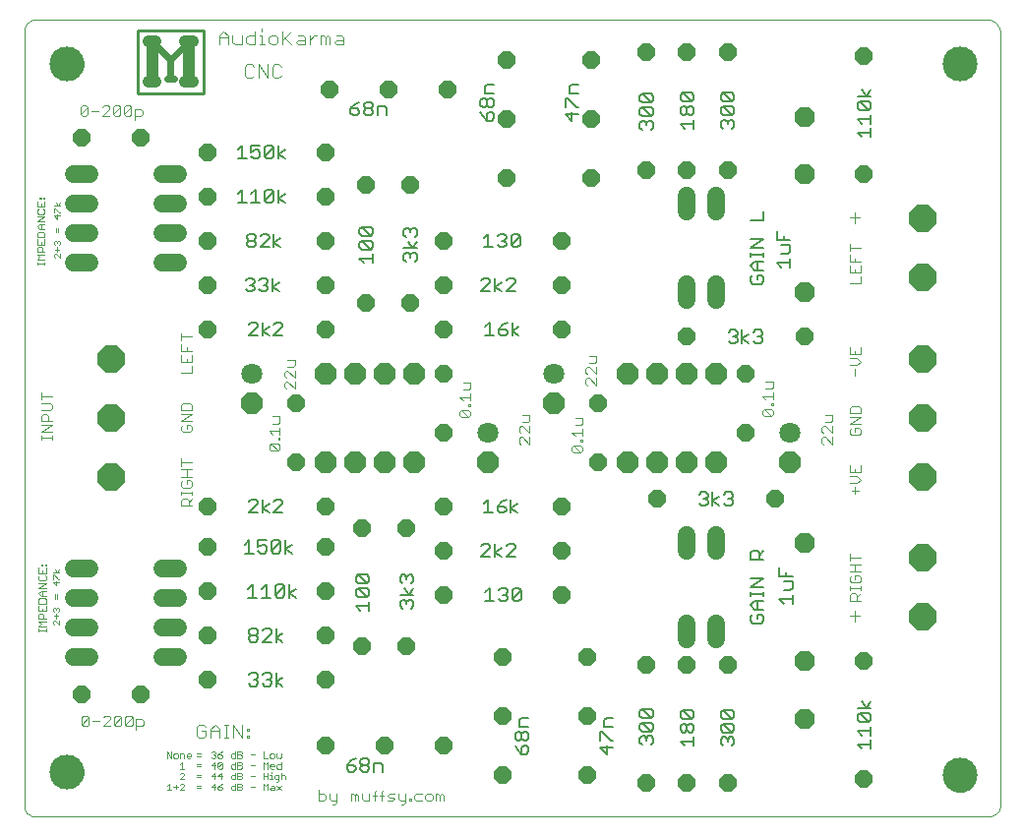
<source format=gtl>
G75*
%MOIN*%
%OFA0B0*%
%FSLAX24Y24*%
%IPPOS*%
%LPD*%
%AMOC8*
5,1,8,0,0,1.08239X$1,22.5*
%
%ADD10C,0.0000*%
%ADD11C,0.0030*%
%ADD12C,0.0040*%
%ADD13C,0.0020*%
%ADD14C,0.0400*%
%ADD15C,0.0240*%
%ADD16C,0.0100*%
%ADD17OC8,0.0850*%
%ADD18OC8,0.0930*%
%ADD19OC8,0.0520*%
%ADD20OC8,0.0600*%
%ADD21OC8,0.0630*%
%ADD22OC8,0.0710*%
%ADD23C,0.0630*%
%ADD24C,0.0710*%
%ADD25OC8,0.0680*%
%ADD26C,0.0050*%
%ADD27C,0.1182*%
%ADD28C,0.0520*%
%ADD29C,0.0600*%
D10*
X000201Y000469D02*
X000201Y026757D01*
X000203Y026795D01*
X000208Y026833D01*
X000218Y026870D01*
X000231Y026906D01*
X000247Y026940D01*
X000267Y026973D01*
X000289Y027004D01*
X000315Y027032D01*
X000343Y027058D01*
X000374Y027080D01*
X000407Y027100D01*
X000441Y027116D01*
X000477Y027129D01*
X000514Y027139D01*
X000552Y027144D01*
X000590Y027146D01*
X032813Y027146D01*
X032853Y027144D01*
X032892Y027139D01*
X032931Y027130D01*
X032969Y027118D01*
X033006Y027103D01*
X033042Y027085D01*
X033075Y027063D01*
X033107Y027039D01*
X033136Y027012D01*
X033163Y026983D01*
X033187Y026951D01*
X033209Y026918D01*
X033227Y026882D01*
X033242Y026845D01*
X033254Y026807D01*
X033263Y026768D01*
X033268Y026729D01*
X033270Y026689D01*
X033270Y000530D01*
X033268Y000493D01*
X033263Y000456D01*
X033254Y000420D01*
X033241Y000385D01*
X033225Y000351D01*
X033206Y000319D01*
X033184Y000289D01*
X033159Y000261D01*
X033131Y000236D01*
X033101Y000214D01*
X033069Y000195D01*
X033035Y000179D01*
X033000Y000166D01*
X032964Y000157D01*
X032927Y000152D01*
X032890Y000150D01*
X000521Y000150D01*
X000488Y000152D01*
X000455Y000157D01*
X000422Y000166D01*
X000391Y000178D01*
X000362Y000193D01*
X000333Y000211D01*
X000308Y000232D01*
X000284Y000256D01*
X000263Y000281D01*
X000245Y000309D01*
X000230Y000339D01*
X000218Y000370D01*
X000209Y000403D01*
X000204Y000436D01*
X000202Y000469D01*
X001099Y001650D02*
X001101Y001697D01*
X001107Y001743D01*
X001117Y001789D01*
X001130Y001834D01*
X001148Y001877D01*
X001169Y001919D01*
X001193Y001959D01*
X001221Y001996D01*
X001252Y002031D01*
X001286Y002064D01*
X001322Y002093D01*
X001361Y002119D01*
X001402Y002142D01*
X001445Y002161D01*
X001489Y002177D01*
X001534Y002189D01*
X001580Y002197D01*
X001627Y002201D01*
X001673Y002201D01*
X001720Y002197D01*
X001766Y002189D01*
X001811Y002177D01*
X001855Y002161D01*
X001898Y002142D01*
X001939Y002119D01*
X001978Y002093D01*
X002014Y002064D01*
X002048Y002031D01*
X002079Y001996D01*
X002107Y001959D01*
X002131Y001919D01*
X002152Y001877D01*
X002170Y001834D01*
X002183Y001789D01*
X002193Y001743D01*
X002199Y001697D01*
X002201Y001650D01*
X002199Y001603D01*
X002193Y001557D01*
X002183Y001511D01*
X002170Y001466D01*
X002152Y001423D01*
X002131Y001381D01*
X002107Y001341D01*
X002079Y001304D01*
X002048Y001269D01*
X002014Y001236D01*
X001978Y001207D01*
X001939Y001181D01*
X001898Y001158D01*
X001855Y001139D01*
X001811Y001123D01*
X001766Y001111D01*
X001720Y001103D01*
X001673Y001099D01*
X001627Y001099D01*
X001580Y001103D01*
X001534Y001111D01*
X001489Y001123D01*
X001445Y001139D01*
X001402Y001158D01*
X001361Y001181D01*
X001322Y001207D01*
X001286Y001236D01*
X001252Y001269D01*
X001221Y001304D01*
X001193Y001341D01*
X001169Y001381D01*
X001148Y001423D01*
X001130Y001466D01*
X001117Y001511D01*
X001107Y001557D01*
X001101Y001603D01*
X001099Y001650D01*
X003150Y011750D02*
X003150Y011760D01*
X003155Y011760D01*
X003157Y011758D01*
X003157Y011755D01*
X003155Y011753D01*
X003150Y011753D01*
X003153Y011753D02*
X003157Y011750D01*
X003159Y011750D02*
X003163Y011750D01*
X003161Y011750D02*
X003161Y011760D01*
X003159Y011760D02*
X003163Y011760D01*
X003165Y011758D02*
X003165Y011752D01*
X003167Y011750D01*
X003170Y011750D01*
X003172Y011752D01*
X003172Y011755D01*
X003169Y011755D01*
X003172Y011758D02*
X003170Y011760D01*
X003167Y011760D01*
X003165Y011758D01*
X003175Y011760D02*
X003175Y011750D01*
X003175Y011755D02*
X003181Y011755D01*
X003181Y011760D02*
X003181Y011750D01*
X003187Y011750D02*
X003187Y011760D01*
X003184Y011760D02*
X003190Y011760D01*
X003173Y013750D02*
X003175Y013752D01*
X003175Y013758D01*
X003173Y013760D01*
X003168Y013760D01*
X003168Y013750D01*
X003173Y013750D01*
X003166Y013750D02*
X003166Y013760D01*
X003159Y013760D02*
X003166Y013750D01*
X003159Y013750D02*
X003159Y013760D01*
X003157Y013758D02*
X003155Y013760D01*
X003152Y013760D01*
X003150Y013758D01*
X003150Y013752D01*
X003152Y013750D01*
X003155Y013750D01*
X003157Y013752D01*
X003157Y013755D01*
X003153Y013755D01*
X003155Y015750D02*
X003157Y015752D01*
X003157Y015755D01*
X003153Y015755D01*
X003150Y015752D02*
X003152Y015750D01*
X003155Y015750D01*
X003159Y015750D02*
X003159Y015760D01*
X003166Y015750D01*
X003166Y015760D01*
X003168Y015760D02*
X003173Y015760D01*
X003175Y015758D01*
X003175Y015752D01*
X003173Y015750D01*
X003168Y015750D01*
X003168Y015760D01*
X003157Y015758D02*
X003155Y015760D01*
X003152Y015760D01*
X003150Y015758D01*
X003150Y015752D01*
X001099Y025650D02*
X001101Y025697D01*
X001107Y025743D01*
X001117Y025789D01*
X001130Y025834D01*
X001148Y025877D01*
X001169Y025919D01*
X001193Y025959D01*
X001221Y025996D01*
X001252Y026031D01*
X001286Y026064D01*
X001322Y026093D01*
X001361Y026119D01*
X001402Y026142D01*
X001445Y026161D01*
X001489Y026177D01*
X001534Y026189D01*
X001580Y026197D01*
X001627Y026201D01*
X001673Y026201D01*
X001720Y026197D01*
X001766Y026189D01*
X001811Y026177D01*
X001855Y026161D01*
X001898Y026142D01*
X001939Y026119D01*
X001978Y026093D01*
X002014Y026064D01*
X002048Y026031D01*
X002079Y025996D01*
X002107Y025959D01*
X002131Y025919D01*
X002152Y025877D01*
X002170Y025834D01*
X002183Y025789D01*
X002193Y025743D01*
X002199Y025697D01*
X002201Y025650D01*
X002199Y025603D01*
X002193Y025557D01*
X002183Y025511D01*
X002170Y025466D01*
X002152Y025423D01*
X002131Y025381D01*
X002107Y025341D01*
X002079Y025304D01*
X002048Y025269D01*
X002014Y025236D01*
X001978Y025207D01*
X001939Y025181D01*
X001898Y025158D01*
X001855Y025139D01*
X001811Y025123D01*
X001766Y025111D01*
X001720Y025103D01*
X001673Y025099D01*
X001627Y025099D01*
X001580Y025103D01*
X001534Y025111D01*
X001489Y025123D01*
X001445Y025139D01*
X001402Y025158D01*
X001361Y025181D01*
X001322Y025207D01*
X001286Y025236D01*
X001252Y025269D01*
X001221Y025304D01*
X001193Y025341D01*
X001169Y025381D01*
X001148Y025423D01*
X001130Y025466D01*
X001117Y025511D01*
X001107Y025557D01*
X001101Y025603D01*
X001099Y025650D01*
X030650Y020510D02*
X030650Y020500D01*
X030657Y020500D01*
X030659Y020502D02*
X030661Y020500D01*
X030664Y020500D01*
X030666Y020502D01*
X030666Y020503D01*
X030664Y020505D01*
X030661Y020505D01*
X030659Y020507D01*
X030659Y020508D01*
X030661Y020510D01*
X030664Y020510D01*
X030666Y020508D01*
X030668Y020510D02*
X030673Y020510D01*
X030675Y020508D01*
X030675Y020505D01*
X030673Y020503D01*
X030668Y020503D01*
X030668Y020500D02*
X030668Y020510D01*
X030678Y020507D02*
X030681Y020510D01*
X030681Y020500D01*
X030678Y020500D02*
X030684Y020500D01*
X030687Y020502D02*
X030694Y020508D01*
X030694Y020502D01*
X030692Y020500D01*
X030688Y020500D01*
X030687Y020502D01*
X030687Y020508D01*
X030688Y020510D01*
X030692Y020510D01*
X030694Y020508D01*
X030655Y018510D02*
X030657Y018508D01*
X030657Y018505D01*
X030655Y018503D01*
X030650Y018503D01*
X030650Y018500D02*
X030650Y018510D01*
X030655Y018510D01*
X030653Y018503D02*
X030657Y018500D01*
X030668Y018502D02*
X030670Y018500D01*
X030673Y018500D01*
X030675Y018502D01*
X030675Y018505D01*
X030673Y018507D01*
X030670Y018507D01*
X030668Y018505D01*
X030668Y018502D01*
X030678Y018502D02*
X030679Y018500D01*
X030684Y018500D01*
X030684Y018507D01*
X030687Y018507D02*
X030690Y018507D01*
X030688Y018508D02*
X030688Y018502D01*
X030690Y018500D01*
X030678Y018502D02*
X030678Y018507D01*
X030681Y015760D02*
X030681Y015750D01*
X030678Y015750D02*
X030684Y015750D01*
X030687Y015752D02*
X030694Y015758D01*
X030694Y015752D01*
X030692Y015750D01*
X030688Y015750D01*
X030687Y015752D01*
X030687Y015758D01*
X030688Y015760D01*
X030692Y015760D01*
X030694Y015758D01*
X030681Y015760D02*
X030678Y015757D01*
X030675Y015758D02*
X030675Y015755D01*
X030673Y015753D01*
X030668Y015753D01*
X030666Y015753D02*
X030666Y015752D01*
X030664Y015750D01*
X030661Y015750D01*
X030659Y015752D01*
X030657Y015750D02*
X030650Y015750D01*
X030650Y015760D01*
X030659Y015758D02*
X030659Y015757D01*
X030661Y015755D01*
X030664Y015755D01*
X030666Y015753D01*
X030668Y015750D02*
X030668Y015760D01*
X030673Y015760D01*
X030675Y015758D01*
X030666Y015758D02*
X030664Y015760D01*
X030661Y015760D01*
X030659Y015758D01*
X030661Y013760D02*
X030659Y013758D01*
X030659Y013757D01*
X030661Y013755D01*
X030664Y013755D01*
X030666Y013753D01*
X030666Y013752D01*
X030664Y013750D01*
X030661Y013750D01*
X030659Y013752D01*
X030657Y013750D02*
X030650Y013750D01*
X030650Y013760D01*
X030661Y013760D02*
X030664Y013760D01*
X030666Y013758D01*
X030668Y013760D02*
X030673Y013760D01*
X030675Y013758D01*
X030675Y013755D01*
X030673Y013753D01*
X030668Y013753D01*
X030668Y013750D02*
X030668Y013760D01*
X030678Y013757D02*
X030681Y013760D01*
X030681Y013750D01*
X030678Y013750D02*
X030684Y013750D01*
X030687Y013752D02*
X030694Y013758D01*
X030694Y013752D01*
X030692Y013750D01*
X030688Y013750D01*
X030687Y013752D01*
X030687Y013758D01*
X030688Y013760D01*
X030692Y013760D01*
X030694Y013758D01*
X030692Y011760D02*
X030694Y011758D01*
X030687Y011752D01*
X030688Y011750D01*
X030692Y011750D01*
X030694Y011752D01*
X030694Y011758D01*
X030692Y011760D02*
X030688Y011760D01*
X030687Y011758D01*
X030687Y011752D01*
X030684Y011750D02*
X030678Y011750D01*
X030681Y011750D02*
X030681Y011760D01*
X030678Y011757D01*
X030675Y011758D02*
X030675Y011755D01*
X030673Y011753D01*
X030668Y011753D01*
X030666Y011753D02*
X030666Y011752D01*
X030664Y011750D01*
X030661Y011750D01*
X030659Y011752D01*
X030657Y011750D02*
X030650Y011750D01*
X030650Y011760D01*
X030659Y011758D02*
X030659Y011757D01*
X030661Y011755D01*
X030664Y011755D01*
X030666Y011753D01*
X030668Y011750D02*
X030668Y011760D01*
X030673Y011760D01*
X030675Y011758D01*
X030666Y011758D02*
X030664Y011760D01*
X030661Y011760D01*
X030659Y011758D01*
X030661Y009010D02*
X030659Y009008D01*
X030659Y009007D01*
X030661Y009005D01*
X030664Y009005D01*
X030666Y009003D01*
X030666Y009002D01*
X030664Y009000D01*
X030661Y009000D01*
X030659Y009002D01*
X030657Y009000D02*
X030650Y009000D01*
X030650Y009010D01*
X030661Y009010D02*
X030664Y009010D01*
X030666Y009008D01*
X030668Y009010D02*
X030668Y009000D01*
X030668Y009003D02*
X030673Y009003D01*
X030675Y009005D01*
X030675Y009008D01*
X030673Y009010D01*
X030668Y009010D01*
X030678Y009007D02*
X030681Y009010D01*
X030681Y009000D01*
X030678Y009000D02*
X030684Y009000D01*
X030687Y009002D02*
X030694Y009008D01*
X030694Y009002D01*
X030692Y009000D01*
X030688Y009000D01*
X030687Y009002D01*
X030687Y009008D01*
X030688Y009010D01*
X030692Y009010D01*
X030694Y009008D01*
X031349Y001525D02*
X031351Y001572D01*
X031357Y001618D01*
X031367Y001664D01*
X031380Y001709D01*
X031398Y001752D01*
X031419Y001794D01*
X031443Y001834D01*
X031471Y001871D01*
X031502Y001906D01*
X031536Y001939D01*
X031572Y001968D01*
X031611Y001994D01*
X031652Y002017D01*
X031695Y002036D01*
X031739Y002052D01*
X031784Y002064D01*
X031830Y002072D01*
X031877Y002076D01*
X031923Y002076D01*
X031970Y002072D01*
X032016Y002064D01*
X032061Y002052D01*
X032105Y002036D01*
X032148Y002017D01*
X032189Y001994D01*
X032228Y001968D01*
X032264Y001939D01*
X032298Y001906D01*
X032329Y001871D01*
X032357Y001834D01*
X032381Y001794D01*
X032402Y001752D01*
X032420Y001709D01*
X032433Y001664D01*
X032443Y001618D01*
X032449Y001572D01*
X032451Y001525D01*
X032449Y001478D01*
X032443Y001432D01*
X032433Y001386D01*
X032420Y001341D01*
X032402Y001298D01*
X032381Y001256D01*
X032357Y001216D01*
X032329Y001179D01*
X032298Y001144D01*
X032264Y001111D01*
X032228Y001082D01*
X032189Y001056D01*
X032148Y001033D01*
X032105Y001014D01*
X032061Y000998D01*
X032016Y000986D01*
X031970Y000978D01*
X031923Y000974D01*
X031877Y000974D01*
X031830Y000978D01*
X031784Y000986D01*
X031739Y000998D01*
X031695Y001014D01*
X031652Y001033D01*
X031611Y001056D01*
X031572Y001082D01*
X031536Y001111D01*
X031502Y001144D01*
X031471Y001179D01*
X031443Y001216D01*
X031419Y001256D01*
X031398Y001298D01*
X031380Y001341D01*
X031367Y001386D01*
X031357Y001432D01*
X031351Y001478D01*
X031349Y001525D01*
X031349Y025650D02*
X031351Y025697D01*
X031357Y025743D01*
X031367Y025789D01*
X031380Y025834D01*
X031398Y025877D01*
X031419Y025919D01*
X031443Y025959D01*
X031471Y025996D01*
X031502Y026031D01*
X031536Y026064D01*
X031572Y026093D01*
X031611Y026119D01*
X031652Y026142D01*
X031695Y026161D01*
X031739Y026177D01*
X031784Y026189D01*
X031830Y026197D01*
X031877Y026201D01*
X031923Y026201D01*
X031970Y026197D01*
X032016Y026189D01*
X032061Y026177D01*
X032105Y026161D01*
X032148Y026142D01*
X032189Y026119D01*
X032228Y026093D01*
X032264Y026064D01*
X032298Y026031D01*
X032329Y025996D01*
X032357Y025959D01*
X032381Y025919D01*
X032402Y025877D01*
X032420Y025834D01*
X032433Y025789D01*
X032443Y025743D01*
X032449Y025697D01*
X032451Y025650D01*
X032449Y025603D01*
X032443Y025557D01*
X032433Y025511D01*
X032420Y025466D01*
X032402Y025423D01*
X032381Y025381D01*
X032357Y025341D01*
X032329Y025304D01*
X032298Y025269D01*
X032264Y025236D01*
X032228Y025207D01*
X032189Y025181D01*
X032148Y025158D01*
X032105Y025139D01*
X032061Y025123D01*
X032016Y025111D01*
X031970Y025103D01*
X031923Y025099D01*
X031877Y025099D01*
X031830Y025103D01*
X031784Y025111D01*
X031739Y025123D01*
X031695Y025139D01*
X031652Y025158D01*
X031611Y025181D01*
X031572Y025207D01*
X031536Y025236D01*
X031502Y025269D01*
X031471Y025304D01*
X031443Y025341D01*
X031419Y025381D01*
X031398Y025423D01*
X031380Y025466D01*
X031367Y025511D01*
X031357Y025557D01*
X031351Y025603D01*
X031349Y025650D01*
D11*
X028535Y019420D02*
X028165Y019420D01*
X028165Y019297D02*
X028165Y019544D01*
X028165Y019175D02*
X028165Y018928D01*
X028535Y018928D01*
X028535Y018807D02*
X028535Y018560D01*
X028165Y018560D01*
X028165Y018807D01*
X028350Y018928D02*
X028350Y019052D01*
X028350Y018683D02*
X028350Y018560D01*
X028535Y018439D02*
X028535Y018192D01*
X028165Y018192D01*
X028165Y016044D02*
X028165Y015797D01*
X028535Y015797D01*
X028535Y016044D01*
X028350Y015920D02*
X028350Y015797D01*
X028412Y015675D02*
X028165Y015675D01*
X028412Y015675D02*
X028535Y015552D01*
X028412Y015428D01*
X028165Y015428D01*
X028350Y015307D02*
X028350Y015060D01*
X028473Y014044D02*
X028226Y014044D01*
X028165Y013982D01*
X028165Y013797D01*
X028535Y013797D01*
X028535Y013982D01*
X028473Y014044D01*
X028535Y013675D02*
X028165Y013675D01*
X028165Y013428D02*
X028535Y013675D01*
X028535Y013428D02*
X028165Y013428D01*
X028226Y013307D02*
X028165Y013245D01*
X028165Y013122D01*
X028226Y013060D01*
X028473Y013060D01*
X028535Y013122D01*
X028535Y013245D01*
X028473Y013307D01*
X028350Y013307D01*
X028350Y013183D01*
X028535Y012044D02*
X028535Y011797D01*
X028165Y011797D01*
X028165Y012044D01*
X028350Y011920D02*
X028350Y011797D01*
X028412Y011675D02*
X028165Y011675D01*
X028412Y011675D02*
X028535Y011552D01*
X028412Y011428D01*
X028165Y011428D01*
X028350Y011307D02*
X028350Y011060D01*
X028473Y011183D02*
X028226Y011183D01*
X028165Y009044D02*
X028165Y008797D01*
X028165Y008675D02*
X028535Y008675D01*
X028350Y008675D02*
X028350Y008428D01*
X028350Y008307D02*
X028350Y008183D01*
X028350Y008307D02*
X028473Y008307D01*
X028535Y008245D01*
X028535Y008122D01*
X028473Y008060D01*
X028226Y008060D01*
X028165Y008122D01*
X028165Y008245D01*
X028226Y008307D01*
X028165Y008428D02*
X028535Y008428D01*
X028535Y007938D02*
X028535Y007815D01*
X028535Y007876D02*
X028165Y007876D01*
X028165Y007815D02*
X028165Y007938D01*
X028226Y007693D02*
X028350Y007693D01*
X028412Y007631D01*
X028412Y007446D01*
X028535Y007446D02*
X028165Y007446D01*
X028165Y007631D01*
X028226Y007693D01*
X028412Y007570D02*
X028535Y007693D01*
X028535Y008920D02*
X028165Y008920D01*
X014402Y000850D02*
X014402Y000665D01*
X014279Y000665D02*
X014279Y000850D01*
X014340Y000912D01*
X014402Y000850D01*
X014279Y000850D02*
X014217Y000912D01*
X014155Y000912D01*
X014155Y000665D01*
X014034Y000727D02*
X014034Y000850D01*
X013972Y000912D01*
X013848Y000912D01*
X013787Y000850D01*
X013787Y000727D01*
X013848Y000665D01*
X013972Y000665D01*
X014034Y000727D01*
X013665Y000665D02*
X013480Y000665D01*
X013418Y000727D01*
X013418Y000850D01*
X013480Y000912D01*
X013665Y000912D01*
X013296Y000727D02*
X013296Y000665D01*
X013234Y000665D01*
X013234Y000727D01*
X013296Y000727D01*
X013113Y000665D02*
X012928Y000665D01*
X012866Y000727D01*
X012866Y000912D01*
X012745Y000912D02*
X012559Y000912D01*
X012498Y000850D01*
X012559Y000788D01*
X012683Y000788D01*
X012745Y000727D01*
X012683Y000665D01*
X012498Y000665D01*
X012314Y000665D02*
X012314Y000974D01*
X012376Y001035D01*
X012376Y000850D02*
X012252Y000850D01*
X012130Y000850D02*
X012007Y000850D01*
X011885Y000912D02*
X011885Y000665D01*
X011700Y000665D01*
X011638Y000727D01*
X011638Y000912D01*
X011517Y000850D02*
X011517Y000665D01*
X011393Y000665D02*
X011393Y000850D01*
X011455Y000912D01*
X011517Y000850D01*
X011393Y000850D02*
X011332Y000912D01*
X011270Y000912D01*
X011270Y000665D01*
X010780Y000665D02*
X010595Y000665D01*
X010533Y000727D01*
X010533Y000912D01*
X010412Y000850D02*
X010350Y000912D01*
X010165Y000912D01*
X010165Y001035D02*
X010165Y000665D01*
X010350Y000665D01*
X010412Y000727D01*
X010412Y000850D01*
X010780Y000912D02*
X010780Y000603D01*
X010718Y000542D01*
X010657Y000542D01*
X012068Y000665D02*
X012068Y000974D01*
X012130Y001035D01*
X012989Y000542D02*
X013051Y000542D01*
X013113Y000603D01*
X013113Y000912D01*
X005885Y010665D02*
X005515Y010665D01*
X005515Y010850D01*
X005576Y010912D01*
X005700Y010912D01*
X005762Y010850D01*
X005762Y010665D01*
X005762Y010788D02*
X005885Y010912D01*
X005885Y011033D02*
X005885Y011157D01*
X005885Y011095D02*
X005515Y011095D01*
X005515Y011033D02*
X005515Y011157D01*
X005576Y011279D02*
X005823Y011279D01*
X005885Y011341D01*
X005885Y011464D01*
X005823Y011526D01*
X005700Y011526D01*
X005700Y011402D01*
X005576Y011279D02*
X005515Y011341D01*
X005515Y011464D01*
X005576Y011526D01*
X005515Y011647D02*
X005885Y011647D01*
X005700Y011647D02*
X005700Y011894D01*
X005515Y011894D02*
X005885Y011894D01*
X005885Y012139D02*
X005515Y012139D01*
X005515Y012262D02*
X005515Y012015D01*
X005576Y013165D02*
X005823Y013165D01*
X005885Y013227D01*
X005885Y013350D01*
X005823Y013412D01*
X005700Y013412D01*
X005700Y013288D01*
X005576Y013165D02*
X005515Y013227D01*
X005515Y013350D01*
X005576Y013412D01*
X005515Y013533D02*
X005885Y013780D01*
X005515Y013780D01*
X005515Y013902D02*
X005515Y014087D01*
X005576Y014149D01*
X005823Y014149D01*
X005885Y014087D01*
X005885Y013902D01*
X005515Y013902D01*
X005515Y013533D02*
X005885Y013533D01*
X005885Y015165D02*
X005515Y015165D01*
X005515Y015533D02*
X005885Y015533D01*
X005885Y015780D01*
X005885Y015902D02*
X005515Y015902D01*
X005515Y016149D01*
X005515Y016270D02*
X005515Y016517D01*
X005515Y016393D02*
X005885Y016393D01*
X005700Y016025D02*
X005700Y015902D01*
X005515Y015780D02*
X005515Y015533D01*
X005700Y015533D02*
X005700Y015657D01*
X005885Y015412D02*
X005885Y015165D01*
X001135Y014389D02*
X000765Y014389D01*
X000765Y014512D02*
X000765Y014265D01*
X000765Y014144D02*
X001073Y014144D01*
X001135Y014082D01*
X001135Y013959D01*
X001073Y013897D01*
X000765Y013897D01*
X000826Y013776D02*
X000950Y013776D01*
X001012Y013714D01*
X001012Y013529D01*
X001135Y013529D02*
X000765Y013529D01*
X000765Y013714D01*
X000826Y013776D01*
X000765Y013407D02*
X001135Y013407D01*
X000765Y013161D01*
X001135Y013161D01*
X001135Y013038D02*
X001135Y012915D01*
X001135Y012977D02*
X000765Y012977D01*
X000765Y013038D02*
X000765Y012915D01*
D12*
X008495Y012711D02*
X008555Y012771D01*
X008795Y012531D01*
X008855Y012591D01*
X008855Y012711D01*
X008795Y012771D01*
X008555Y012771D01*
X008495Y012711D02*
X008495Y012591D01*
X008555Y012531D01*
X008795Y012531D01*
X008795Y012899D02*
X008795Y012959D01*
X008855Y012959D01*
X008855Y012899D01*
X008795Y012899D01*
X008855Y013083D02*
X008855Y013323D01*
X008855Y013203D02*
X008495Y013203D01*
X008615Y013083D01*
X008615Y013451D02*
X008795Y013451D01*
X008855Y013511D01*
X008855Y013692D01*
X008615Y013692D01*
X009058Y014632D02*
X008998Y014692D01*
X008998Y014812D01*
X009058Y014872D01*
X009119Y014872D01*
X009359Y014632D01*
X009359Y014872D01*
X009359Y015000D02*
X009119Y015240D01*
X009058Y015240D01*
X008998Y015180D01*
X008998Y015060D01*
X009058Y015000D01*
X009359Y015000D02*
X009359Y015240D01*
X009299Y015368D02*
X009359Y015428D01*
X009359Y015609D01*
X009119Y015609D01*
X009119Y015368D02*
X009299Y015368D01*
X014952Y014347D02*
X015312Y014347D01*
X015312Y014227D02*
X015312Y014467D01*
X015252Y014595D02*
X015312Y014655D01*
X015312Y014835D01*
X015072Y014835D01*
X015072Y014595D02*
X015252Y014595D01*
X014952Y014347D02*
X015072Y014227D01*
X015252Y014103D02*
X015312Y014103D01*
X015312Y014043D01*
X015252Y014043D01*
X015252Y014103D01*
X015252Y013915D02*
X015012Y013915D01*
X015252Y013674D01*
X015312Y013734D01*
X015312Y013854D01*
X015252Y013915D01*
X015012Y013915D02*
X014952Y013854D01*
X014952Y013734D01*
X015012Y013674D01*
X015252Y013674D01*
X016959Y013305D02*
X016959Y013185D01*
X017019Y013125D01*
X017019Y012997D02*
X016959Y012937D01*
X016959Y012817D01*
X017019Y012757D01*
X017019Y012997D02*
X017079Y012997D01*
X017319Y012757D01*
X017319Y012997D01*
X017319Y013125D02*
X017079Y013365D01*
X017019Y013365D01*
X016959Y013305D01*
X017079Y013493D02*
X017259Y013493D01*
X017319Y013553D01*
X017319Y013734D01*
X017079Y013734D01*
X017319Y013365D02*
X017319Y013125D01*
X018745Y013150D02*
X018865Y013030D01*
X018745Y013150D02*
X019105Y013150D01*
X019105Y013030D02*
X019105Y013270D01*
X019045Y013398D02*
X018865Y013398D01*
X019045Y013398D02*
X019105Y013458D01*
X019105Y013638D01*
X018865Y013638D01*
X019045Y012906D02*
X019105Y012906D01*
X019105Y012846D01*
X019045Y012846D01*
X019045Y012906D01*
X019045Y012718D02*
X018805Y012718D01*
X019045Y012477D01*
X019105Y012538D01*
X019105Y012658D01*
X019045Y012718D01*
X018805Y012718D02*
X018745Y012658D01*
X018745Y012538D01*
X018805Y012477D01*
X019045Y012477D01*
X019269Y014757D02*
X019209Y014817D01*
X019209Y014937D01*
X019269Y014997D01*
X019329Y014997D01*
X019569Y014757D01*
X019569Y014997D01*
X019569Y015125D02*
X019329Y015365D01*
X019269Y015365D01*
X019209Y015305D01*
X019209Y015185D01*
X019269Y015125D01*
X019569Y015125D02*
X019569Y015365D01*
X019509Y015493D02*
X019569Y015553D01*
X019569Y015734D01*
X019329Y015734D01*
X019329Y015493D02*
X019509Y015493D01*
X025202Y014379D02*
X025562Y014379D01*
X025562Y014259D02*
X025562Y014499D01*
X025502Y014628D02*
X025562Y014688D01*
X025562Y014868D01*
X025322Y014868D01*
X025322Y014628D02*
X025502Y014628D01*
X025202Y014379D02*
X025322Y014259D01*
X025502Y014135D02*
X025562Y014135D01*
X025562Y014075D01*
X025502Y014075D01*
X025502Y014135D01*
X025502Y013947D02*
X025562Y013887D01*
X025562Y013767D01*
X025502Y013707D01*
X025262Y013947D01*
X025502Y013947D01*
X025502Y013707D02*
X025262Y013707D01*
X025202Y013767D01*
X025202Y013887D01*
X025262Y013947D01*
X027209Y013305D02*
X027209Y013185D01*
X027269Y013125D01*
X027269Y012997D02*
X027209Y012937D01*
X027209Y012817D01*
X027269Y012757D01*
X027269Y012997D02*
X027329Y012997D01*
X027569Y012757D01*
X027569Y012997D01*
X027569Y013125D02*
X027329Y013365D01*
X027269Y013365D01*
X027209Y013305D01*
X027329Y013493D02*
X027509Y013493D01*
X027569Y013553D01*
X027569Y013734D01*
X027329Y013734D01*
X027569Y013365D02*
X027569Y013125D01*
X028343Y007104D02*
X028343Y006757D01*
X028170Y006930D02*
X028517Y006930D01*
X028343Y020257D02*
X028343Y020604D01*
X028170Y020430D02*
X028517Y020430D01*
X011015Y026295D02*
X010785Y026295D01*
X010708Y026372D01*
X010785Y026448D01*
X011015Y026448D01*
X011015Y026525D02*
X011015Y026295D01*
X011015Y026525D02*
X010939Y026602D01*
X010785Y026602D01*
X010555Y026525D02*
X010555Y026295D01*
X010401Y026295D02*
X010401Y026525D01*
X010478Y026602D01*
X010555Y026525D01*
X010401Y026525D02*
X010325Y026602D01*
X010248Y026602D01*
X010248Y026295D01*
X010094Y026602D02*
X010018Y026602D01*
X009864Y026448D01*
X009864Y026295D02*
X009864Y026602D01*
X009711Y026525D02*
X009711Y026295D01*
X009481Y026295D01*
X009404Y026372D01*
X009481Y026448D01*
X009711Y026448D01*
X009711Y026525D02*
X009634Y026602D01*
X009481Y026602D01*
X009250Y026755D02*
X008943Y026448D01*
X009020Y026525D02*
X009250Y026295D01*
X008943Y026295D02*
X008943Y026755D01*
X008713Y026602D02*
X008560Y026602D01*
X008483Y026525D01*
X008483Y026372D01*
X008560Y026295D01*
X008713Y026295D01*
X008790Y026372D01*
X008790Y026525D01*
X008713Y026602D01*
X008253Y026602D02*
X008253Y026295D01*
X008176Y026295D02*
X008330Y026295D01*
X008023Y026295D02*
X007793Y026295D01*
X007716Y026372D01*
X007716Y026525D01*
X007793Y026602D01*
X008023Y026602D01*
X008176Y026602D02*
X008253Y026602D01*
X008253Y026755D02*
X008253Y026832D01*
X008023Y026755D02*
X008023Y026295D01*
X007562Y026295D02*
X007562Y026602D01*
X007255Y026602D02*
X007255Y026372D01*
X007332Y026295D01*
X007562Y026295D01*
X007102Y026295D02*
X007102Y026602D01*
X006948Y026755D01*
X006795Y026602D01*
X006795Y026295D01*
X006795Y026525D02*
X007102Y026525D01*
X007747Y025630D02*
X007670Y025554D01*
X007670Y025247D01*
X007747Y025170D01*
X007900Y025170D01*
X007977Y025247D01*
X008130Y025170D02*
X008130Y025630D01*
X008437Y025170D01*
X008437Y025630D01*
X008591Y025554D02*
X008591Y025247D01*
X008668Y025170D01*
X008821Y025170D01*
X008898Y025247D01*
X008898Y025554D02*
X008821Y025630D01*
X008668Y025630D01*
X008591Y025554D01*
X007977Y025554D02*
X007900Y025630D01*
X007747Y025630D01*
X004192Y024050D02*
X004192Y023930D01*
X004132Y023870D01*
X003952Y023870D01*
X003952Y023750D02*
X003952Y024110D01*
X004132Y024110D01*
X004192Y024050D01*
X003824Y023930D02*
X003764Y023870D01*
X003643Y023870D01*
X003583Y023930D01*
X003824Y024170D01*
X003824Y023930D01*
X003824Y024170D02*
X003764Y024230D01*
X003643Y024230D01*
X003583Y024170D01*
X003583Y023930D01*
X003455Y023930D02*
X003395Y023870D01*
X003275Y023870D01*
X003215Y023930D01*
X003455Y024170D01*
X003455Y023930D01*
X003215Y023930D02*
X003215Y024170D01*
X003275Y024230D01*
X003395Y024230D01*
X003455Y024170D01*
X003087Y024170D02*
X003027Y024230D01*
X002907Y024230D01*
X002847Y024170D01*
X002719Y024050D02*
X002478Y024050D01*
X002350Y024170D02*
X002350Y023930D01*
X002290Y023870D01*
X002170Y023870D01*
X002110Y023930D01*
X002350Y024170D01*
X002290Y024230D01*
X002170Y024230D01*
X002110Y024170D01*
X002110Y023930D01*
X002847Y023870D02*
X003087Y024110D01*
X003087Y024170D01*
X003087Y023870D02*
X002847Y023870D01*
X002942Y003555D02*
X002882Y003495D01*
X002942Y003555D02*
X003062Y003555D01*
X003122Y003495D01*
X003122Y003435D01*
X002882Y003195D01*
X003122Y003195D01*
X003250Y003255D02*
X003490Y003495D01*
X003490Y003255D01*
X003430Y003195D01*
X003310Y003195D01*
X003250Y003255D01*
X003250Y003495D01*
X003310Y003555D01*
X003430Y003555D01*
X003490Y003495D01*
X003618Y003495D02*
X003678Y003555D01*
X003798Y003555D01*
X003858Y003495D01*
X003618Y003255D01*
X003678Y003195D01*
X003798Y003195D01*
X003858Y003255D01*
X003858Y003495D01*
X003987Y003435D02*
X004167Y003435D01*
X004227Y003375D01*
X004227Y003255D01*
X004167Y003195D01*
X003987Y003195D01*
X003987Y003075D02*
X003987Y003435D01*
X003618Y003495D02*
X003618Y003255D01*
X002754Y003375D02*
X002513Y003375D01*
X002385Y003495D02*
X002385Y003255D01*
X002325Y003195D01*
X002205Y003195D01*
X002145Y003255D01*
X002385Y003495D01*
X002325Y003555D01*
X002205Y003555D01*
X002145Y003495D01*
X002145Y003255D01*
X006045Y003179D02*
X006045Y002872D01*
X006122Y002795D01*
X006275Y002795D01*
X006352Y002872D01*
X006352Y003025D01*
X006198Y003025D01*
X006045Y003179D02*
X006122Y003255D01*
X006275Y003255D01*
X006352Y003179D01*
X006505Y003102D02*
X006659Y003255D01*
X006812Y003102D01*
X006812Y002795D01*
X006966Y002795D02*
X007119Y002795D01*
X007043Y002795D02*
X007043Y003255D01*
X007119Y003255D02*
X006966Y003255D01*
X006812Y003025D02*
X006505Y003025D01*
X006505Y003102D02*
X006505Y002795D01*
X007273Y002795D02*
X007273Y003255D01*
X007580Y002795D01*
X007580Y003255D01*
X007733Y003102D02*
X007733Y003025D01*
X007810Y003025D01*
X007810Y003102D01*
X007733Y003102D01*
X007733Y002872D02*
X007733Y002795D01*
X007810Y002795D01*
X007810Y002872D01*
X007733Y002872D01*
D13*
X007529Y002335D02*
X007566Y002298D01*
X007566Y002262D01*
X007529Y002225D01*
X007419Y002225D01*
X007345Y002262D02*
X007235Y002262D01*
X007198Y002225D01*
X007198Y002152D01*
X007235Y002115D01*
X007345Y002115D01*
X007345Y002335D01*
X007419Y002335D02*
X007419Y002115D01*
X007529Y002115D01*
X007566Y002152D01*
X007566Y002188D01*
X007529Y002225D01*
X007529Y002335D02*
X007419Y002335D01*
X007419Y001975D02*
X007529Y001975D01*
X007566Y001938D01*
X007566Y001902D01*
X007529Y001865D01*
X007419Y001865D01*
X007345Y001902D02*
X007235Y001902D01*
X007198Y001865D01*
X007198Y001792D01*
X007235Y001755D01*
X007345Y001755D01*
X007345Y001975D01*
X007419Y001975D02*
X007419Y001755D01*
X007529Y001755D01*
X007566Y001792D01*
X007566Y001828D01*
X007529Y001865D01*
X007529Y001615D02*
X007566Y001578D01*
X007566Y001542D01*
X007529Y001505D01*
X007419Y001505D01*
X007345Y001542D02*
X007235Y001542D01*
X007198Y001505D01*
X007198Y001432D01*
X007235Y001395D01*
X007345Y001395D01*
X007345Y001615D01*
X007419Y001615D02*
X007529Y001615D01*
X007529Y001505D02*
X007566Y001468D01*
X007566Y001432D01*
X007529Y001395D01*
X007419Y001395D01*
X007419Y001615D01*
X007419Y001255D02*
X007529Y001255D01*
X007566Y001218D01*
X007566Y001182D01*
X007529Y001145D01*
X007419Y001145D01*
X007345Y001182D02*
X007235Y001182D01*
X007198Y001145D01*
X007198Y001072D01*
X007235Y001035D01*
X007345Y001035D01*
X007345Y001255D01*
X007419Y001255D02*
X007419Y001035D01*
X007529Y001035D01*
X007566Y001072D01*
X007566Y001108D01*
X007529Y001145D01*
X007861Y001145D02*
X008008Y001145D01*
X008303Y001035D02*
X008303Y001255D01*
X008376Y001182D01*
X008450Y001255D01*
X008450Y001035D01*
X008524Y001072D02*
X008561Y001108D01*
X008671Y001108D01*
X008671Y001145D02*
X008671Y001035D01*
X008561Y001035D01*
X008524Y001072D01*
X008561Y001182D02*
X008634Y001182D01*
X008671Y001145D01*
X008745Y001182D02*
X008892Y001035D01*
X008745Y001035D02*
X008892Y001182D01*
X008781Y001322D02*
X008818Y001358D01*
X008818Y001542D01*
X008708Y001542D01*
X008671Y001505D01*
X008671Y001432D01*
X008708Y001395D01*
X008818Y001395D01*
X008892Y001395D02*
X008892Y001615D01*
X008929Y001542D02*
X009002Y001542D01*
X009039Y001505D01*
X009039Y001395D01*
X008892Y001505D02*
X008929Y001542D01*
X008892Y001755D02*
X008782Y001755D01*
X008745Y001792D01*
X008745Y001865D01*
X008782Y001902D01*
X008892Y001902D01*
X008892Y001975D02*
X008892Y001755D01*
X008671Y001828D02*
X008524Y001828D01*
X008524Y001792D02*
X008524Y001865D01*
X008561Y001902D01*
X008634Y001902D01*
X008671Y001865D01*
X008671Y001828D01*
X008634Y001755D02*
X008561Y001755D01*
X008524Y001792D01*
X008450Y001755D02*
X008450Y001975D01*
X008376Y001902D01*
X008303Y001975D01*
X008303Y001755D01*
X008303Y001615D02*
X008303Y001395D01*
X008303Y001505D02*
X008450Y001505D01*
X008524Y001542D02*
X008561Y001542D01*
X008561Y001395D01*
X008597Y001395D02*
X008524Y001395D01*
X008450Y001395D02*
X008450Y001615D01*
X008561Y001615D02*
X008561Y001652D01*
X008561Y002115D02*
X008524Y002152D01*
X008524Y002225D01*
X008561Y002262D01*
X008634Y002262D01*
X008671Y002225D01*
X008671Y002152D01*
X008634Y002115D01*
X008561Y002115D01*
X008450Y002115D02*
X008303Y002115D01*
X008303Y002335D01*
X008008Y002225D02*
X007861Y002225D01*
X007861Y001865D02*
X008008Y001865D01*
X008008Y001505D02*
X007861Y001505D01*
X008745Y001322D02*
X008781Y001322D01*
X008782Y002115D02*
X008818Y002152D01*
X008855Y002115D01*
X008892Y002152D01*
X008892Y002262D01*
X008745Y002262D02*
X008745Y002152D01*
X008782Y002115D01*
X006903Y002152D02*
X006903Y002188D01*
X006866Y002225D01*
X006756Y002225D01*
X006756Y002152D01*
X006793Y002115D01*
X006866Y002115D01*
X006903Y002152D01*
X006829Y002298D02*
X006756Y002225D01*
X006682Y002188D02*
X006682Y002152D01*
X006645Y002115D01*
X006572Y002115D01*
X006535Y002152D01*
X006608Y002225D02*
X006645Y002225D01*
X006682Y002188D01*
X006645Y002225D02*
X006682Y002262D01*
X006682Y002298D01*
X006645Y002335D01*
X006572Y002335D01*
X006535Y002298D01*
X006829Y002298D02*
X006903Y002335D01*
X006866Y001975D02*
X006903Y001938D01*
X006756Y001792D01*
X006793Y001755D01*
X006866Y001755D01*
X006903Y001792D01*
X006903Y001938D01*
X006866Y001975D02*
X006793Y001975D01*
X006756Y001938D01*
X006756Y001792D01*
X006682Y001865D02*
X006535Y001865D01*
X006645Y001975D01*
X006645Y001755D01*
X006645Y001615D02*
X006535Y001505D01*
X006682Y001505D01*
X006756Y001505D02*
X006903Y001505D01*
X006866Y001395D02*
X006866Y001615D01*
X006756Y001505D01*
X006645Y001395D02*
X006645Y001615D01*
X006645Y001255D02*
X006535Y001145D01*
X006682Y001145D01*
X006756Y001145D02*
X006866Y001145D01*
X006903Y001108D01*
X006903Y001072D01*
X006866Y001035D01*
X006793Y001035D01*
X006756Y001072D01*
X006756Y001145D01*
X006829Y001218D01*
X006903Y001255D01*
X006645Y001255D02*
X006645Y001035D01*
X006182Y001108D02*
X006035Y001108D01*
X006035Y001182D02*
X006182Y001182D01*
X006182Y001468D02*
X006035Y001468D01*
X006035Y001542D02*
X006182Y001542D01*
X006182Y001828D02*
X006035Y001828D01*
X006035Y001902D02*
X006182Y001902D01*
X005808Y002115D02*
X005735Y002115D01*
X005698Y002152D01*
X005698Y002225D01*
X005735Y002262D01*
X005808Y002262D01*
X005845Y002225D01*
X005845Y002188D01*
X005698Y002188D01*
X005624Y002225D02*
X005624Y002115D01*
X005624Y002225D02*
X005587Y002262D01*
X005477Y002262D01*
X005477Y002115D01*
X005403Y002152D02*
X005403Y002225D01*
X005366Y002262D01*
X005293Y002262D01*
X005256Y002225D01*
X005256Y002152D01*
X005293Y002115D01*
X005366Y002115D01*
X005403Y002152D01*
X005182Y002115D02*
X005182Y002335D01*
X005035Y002335D02*
X005182Y002115D01*
X005035Y002115D02*
X005035Y002335D01*
X005477Y001902D02*
X005550Y001975D01*
X005550Y001755D01*
X005477Y001755D02*
X005624Y001755D01*
X005587Y001615D02*
X005514Y001615D01*
X005477Y001578D01*
X005587Y001615D02*
X005624Y001578D01*
X005624Y001542D01*
X005477Y001395D01*
X005624Y001395D01*
X005587Y001255D02*
X005514Y001255D01*
X005477Y001218D01*
X005403Y001145D02*
X005256Y001145D01*
X005329Y001218D02*
X005329Y001072D01*
X005182Y001035D02*
X005035Y001035D01*
X005108Y001035D02*
X005108Y001255D01*
X005035Y001182D01*
X005477Y001035D02*
X005624Y001182D01*
X005624Y001218D01*
X005587Y001255D01*
X005624Y001035D02*
X005477Y001035D01*
X006035Y002188D02*
X006182Y002188D01*
X006182Y002262D02*
X006035Y002262D01*
X001390Y006635D02*
X001243Y006782D01*
X001207Y006782D01*
X001170Y006745D01*
X001170Y006672D01*
X001207Y006635D01*
X001390Y006635D02*
X001390Y006782D01*
X001280Y006856D02*
X001280Y007003D01*
X001207Y006929D02*
X001353Y006929D01*
X001353Y007077D02*
X001390Y007114D01*
X001390Y007187D01*
X001353Y007224D01*
X001317Y007224D01*
X001280Y007187D01*
X001280Y007150D01*
X001280Y007187D02*
X001243Y007224D01*
X001207Y007224D01*
X001170Y007187D01*
X001170Y007114D01*
X001207Y007077D01*
X000940Y007098D02*
X000940Y007271D01*
X000940Y007355D02*
X000940Y007485D01*
X000897Y007529D01*
X000723Y007529D01*
X000680Y007485D01*
X000680Y007355D01*
X000940Y007355D01*
X000810Y007184D02*
X000810Y007098D01*
X000810Y007013D02*
X000853Y006970D01*
X000853Y006840D01*
X000940Y006840D02*
X000680Y006840D01*
X000680Y006970D01*
X000723Y007013D01*
X000810Y007013D01*
X000680Y007098D02*
X000940Y007098D01*
X000680Y007098D02*
X000680Y007271D01*
X000767Y007613D02*
X000680Y007700D01*
X000767Y007787D01*
X000940Y007787D01*
X000940Y007871D02*
X000680Y007871D01*
X000940Y008044D01*
X000680Y008044D01*
X000723Y008129D02*
X000897Y008129D01*
X000940Y008172D01*
X000940Y008259D01*
X000897Y008302D01*
X000940Y008387D02*
X000940Y008560D01*
X000940Y008644D02*
X000897Y008644D01*
X000897Y008688D01*
X000940Y008688D01*
X000940Y008644D01*
X000810Y008644D02*
X000767Y008644D01*
X000767Y008688D01*
X000810Y008688D01*
X000810Y008644D01*
X000680Y008560D02*
X000680Y008387D01*
X000940Y008387D01*
X000810Y008387D02*
X000810Y008473D01*
X000723Y008302D02*
X000680Y008259D01*
X000680Y008172D01*
X000723Y008129D01*
X000810Y007787D02*
X000810Y007613D01*
X000767Y007613D02*
X000940Y007613D01*
X001243Y007666D02*
X001243Y007519D01*
X001317Y007519D02*
X001317Y007666D01*
X001280Y007961D02*
X001280Y008108D01*
X001353Y008182D02*
X001207Y008329D01*
X001170Y008329D01*
X001170Y008182D01*
X001170Y008071D02*
X001280Y007961D01*
X001390Y008071D02*
X001170Y008071D01*
X001353Y008182D02*
X001390Y008182D01*
X001390Y008403D02*
X001170Y008403D01*
X001243Y008513D02*
X001317Y008403D01*
X001390Y008513D01*
X000940Y006755D02*
X000680Y006755D01*
X000767Y006669D01*
X000680Y006582D01*
X000940Y006582D01*
X000940Y006497D02*
X000940Y006410D01*
X000940Y006453D02*
X000680Y006453D01*
X000680Y006410D02*
X000680Y006497D01*
X000630Y018835D02*
X000630Y018922D01*
X000630Y018878D02*
X000890Y018878D01*
X000890Y018835D02*
X000890Y018922D01*
X000890Y019007D02*
X000630Y019007D01*
X000717Y019094D01*
X000630Y019180D01*
X000890Y019180D01*
X000890Y019265D02*
X000630Y019265D01*
X000630Y019395D01*
X000673Y019438D01*
X000760Y019438D01*
X000803Y019395D01*
X000803Y019265D01*
X000760Y019523D02*
X000760Y019609D01*
X000890Y019523D02*
X000890Y019696D01*
X000890Y019780D02*
X000890Y019910D01*
X000847Y019954D01*
X000673Y019954D01*
X000630Y019910D01*
X000630Y019780D01*
X000890Y019780D01*
X000890Y019523D02*
X000630Y019523D01*
X000630Y019696D01*
X000717Y020038D02*
X000630Y020125D01*
X000717Y020212D01*
X000890Y020212D01*
X000890Y020296D02*
X000630Y020296D01*
X000890Y020469D01*
X000630Y020469D01*
X000673Y020554D02*
X000630Y020597D01*
X000630Y020684D01*
X000673Y020727D01*
X000630Y020812D02*
X000890Y020812D01*
X000890Y020985D01*
X000890Y021069D02*
X000847Y021069D01*
X000847Y021113D01*
X000890Y021113D01*
X000890Y021069D01*
X000760Y021069D02*
X000717Y021069D01*
X000717Y021113D01*
X000760Y021113D01*
X000760Y021069D01*
X000630Y020985D02*
X000630Y020812D01*
X000760Y020812D02*
X000760Y020898D01*
X000847Y020727D02*
X000890Y020684D01*
X000890Y020597D01*
X000847Y020554D01*
X000673Y020554D01*
X000760Y020212D02*
X000760Y020038D01*
X000717Y020038D02*
X000890Y020038D01*
X001268Y020091D02*
X001268Y019944D01*
X001342Y019944D02*
X001342Y020091D01*
X001305Y020386D02*
X001305Y020533D01*
X001378Y020607D02*
X001232Y020754D01*
X001195Y020754D01*
X001195Y020607D01*
X001195Y020496D02*
X001305Y020386D01*
X001415Y020496D02*
X001195Y020496D01*
X001378Y020607D02*
X001415Y020607D01*
X001415Y020828D02*
X001195Y020828D01*
X001268Y020938D02*
X001342Y020828D01*
X001415Y020938D01*
X001378Y019649D02*
X001415Y019612D01*
X001415Y019539D01*
X001378Y019502D01*
X001305Y019575D02*
X001305Y019612D01*
X001342Y019649D01*
X001378Y019649D01*
X001305Y019612D02*
X001268Y019649D01*
X001232Y019649D01*
X001195Y019612D01*
X001195Y019539D01*
X001232Y019502D01*
X001305Y019428D02*
X001305Y019281D01*
X001268Y019207D02*
X001232Y019207D01*
X001195Y019170D01*
X001195Y019097D01*
X001232Y019060D01*
X001268Y019207D02*
X001415Y019060D01*
X001415Y019207D01*
X001378Y019354D02*
X001232Y019354D01*
D14*
X004400Y025025D02*
X004650Y025025D01*
X004525Y025150D02*
X004525Y026400D01*
X004400Y026400D01*
X004525Y026400D02*
X004650Y026400D01*
X005650Y026400D02*
X005900Y026400D01*
X005775Y026400D02*
X005775Y025150D01*
X005650Y025025D02*
X005900Y025025D01*
D15*
X005275Y025150D02*
X005025Y025150D01*
X005150Y025150D02*
X005150Y025775D01*
X005775Y026400D01*
X005150Y025775D02*
X004525Y026400D01*
D16*
X004025Y026775D02*
X004025Y024650D01*
X006275Y024650D01*
X006275Y026775D01*
X004025Y026775D01*
D17*
X003150Y015650D03*
X003150Y013650D03*
X003150Y011650D03*
X030650Y011650D03*
X030650Y013650D03*
X030650Y015650D03*
X030650Y018400D03*
X030650Y020400D03*
X030650Y008900D03*
X030650Y006900D03*
D18*
X030650Y006900D03*
X030650Y008900D03*
X030650Y011650D03*
X030650Y013650D03*
X030650Y015650D03*
X030650Y018400D03*
X030650Y020400D03*
X003150Y015650D03*
X003150Y013650D03*
X003150Y011650D03*
D19*
X006400Y010650D03*
X006400Y009275D03*
X006400Y007775D03*
X006400Y006275D03*
X006400Y004775D03*
X004150Y004275D03*
X002150Y004275D03*
X010400Y004775D03*
X011650Y005900D03*
X010400Y006275D03*
X010400Y007775D03*
X010400Y009275D03*
X011650Y009900D03*
X010400Y010650D03*
X009400Y012150D03*
X009400Y014150D03*
X010400Y016650D03*
X011775Y017525D03*
X013275Y017525D03*
X014400Y018150D03*
X014400Y019650D03*
X013275Y021525D03*
X011775Y021525D03*
X010400Y021150D03*
X010400Y022650D03*
X010525Y024775D03*
X012525Y024775D03*
X014525Y024775D03*
X016525Y023775D03*
X016525Y025775D03*
X019400Y025775D03*
X021275Y026025D03*
X022650Y026025D03*
X024025Y026025D03*
X019400Y023775D03*
X021275Y022025D03*
X022650Y022025D03*
X024025Y022025D03*
X019400Y021775D03*
X018400Y019650D03*
X018400Y018150D03*
X018400Y016650D03*
X019650Y014150D03*
X019650Y012150D03*
X018400Y010650D03*
X018400Y009150D03*
X018400Y007650D03*
X019275Y005525D03*
X021275Y005275D03*
X022650Y005275D03*
X024025Y005275D03*
X028650Y005400D03*
X028650Y001400D03*
X024025Y001275D03*
X022650Y001275D03*
X021275Y001275D03*
X019275Y001525D03*
X019275Y003525D03*
X016400Y003525D03*
X014400Y002525D03*
X012400Y002525D03*
X010400Y002525D03*
X013150Y005900D03*
X014400Y007650D03*
X014400Y009150D03*
X013150Y009900D03*
X014400Y010650D03*
X014400Y013150D03*
X014400Y015150D03*
X014400Y016650D03*
X010400Y018150D03*
X010400Y019650D03*
X006400Y019650D03*
X006400Y018150D03*
X006400Y016650D03*
X006400Y021150D03*
X006400Y022650D03*
X004150Y023150D03*
X002150Y023150D03*
X016525Y021775D03*
X022650Y016400D03*
X024650Y015150D03*
X026650Y016400D03*
X024650Y013150D03*
X025650Y010900D03*
X021650Y010900D03*
X016400Y005525D03*
X016400Y001525D03*
X028650Y021900D03*
X028650Y025900D03*
D20*
X028650Y025900D03*
X026650Y023850D03*
X026650Y021900D03*
X028650Y021900D03*
X024025Y022025D03*
X022650Y022025D03*
X021275Y022025D03*
X019400Y021775D03*
X019400Y023775D03*
X019400Y025775D03*
X021275Y026025D03*
X022650Y026025D03*
X024025Y026025D03*
X016525Y025775D03*
X014525Y024775D03*
X012525Y024775D03*
X010525Y024775D03*
X010400Y022650D03*
X011775Y021525D03*
X010400Y021150D03*
X010400Y019650D03*
X010400Y018150D03*
X011775Y017525D03*
X013275Y017525D03*
X014400Y018150D03*
X014400Y019650D03*
X013275Y021525D03*
X016525Y021775D03*
X016525Y023775D03*
X018400Y019650D03*
X018400Y018150D03*
X018400Y016650D03*
X019650Y014150D03*
X019650Y012150D03*
X018400Y010650D03*
X018400Y009150D03*
X018400Y007650D03*
X019275Y005525D03*
X021275Y005275D03*
X022650Y005275D03*
X024025Y005275D03*
X026650Y005400D03*
X028650Y005400D03*
X026650Y003450D03*
X028650Y001400D03*
X024025Y001275D03*
X022650Y001275D03*
X021275Y001275D03*
X019275Y001525D03*
X019275Y003525D03*
X016400Y003525D03*
X014400Y002525D03*
X012400Y002525D03*
X010400Y002525D03*
X010400Y004775D03*
X011650Y005900D03*
X010400Y006275D03*
X010400Y007775D03*
X010400Y009275D03*
X011650Y009900D03*
X010400Y010650D03*
X009400Y012150D03*
X009400Y014150D03*
X010400Y016650D03*
X006400Y016650D03*
X006400Y018150D03*
X006400Y019650D03*
X006400Y021150D03*
X006400Y022650D03*
X004150Y023150D03*
X002150Y023150D03*
X014400Y016650D03*
X014400Y015150D03*
X014400Y013150D03*
X014400Y010650D03*
X013150Y009900D03*
X014400Y009150D03*
X014400Y007650D03*
X013150Y005900D03*
X016400Y005525D03*
X016400Y001525D03*
X006400Y004775D03*
X006400Y006275D03*
X006400Y007775D03*
X006400Y009275D03*
X006400Y010650D03*
X004150Y004275D03*
X002150Y004275D03*
X021650Y010900D03*
X024650Y013150D03*
X024650Y015150D03*
X022650Y016400D03*
X026650Y016400D03*
X026650Y017900D03*
X025650Y010900D03*
X026650Y009400D03*
D21*
X026150Y012150D03*
X023650Y012150D03*
X022650Y012150D03*
X021650Y012150D03*
X020650Y012150D03*
X018150Y014150D03*
X020650Y015150D03*
X021650Y015150D03*
X022650Y015150D03*
X023650Y015150D03*
X015900Y012150D03*
X013400Y012150D03*
X012400Y012150D03*
X011400Y012150D03*
X010400Y012150D03*
X007900Y014150D03*
X010400Y015150D03*
X011400Y015150D03*
X012400Y015150D03*
X013400Y015150D03*
D22*
X013400Y015150D03*
X012400Y015150D03*
X011400Y015150D03*
X010400Y015150D03*
X007900Y014150D03*
X010400Y012150D03*
X011400Y012150D03*
X012400Y012150D03*
X013400Y012150D03*
X015900Y012150D03*
X018150Y014150D03*
X020650Y015150D03*
X021650Y015150D03*
X022650Y015150D03*
X023650Y015150D03*
X023650Y012150D03*
X022650Y012150D03*
X021650Y012150D03*
X020650Y012150D03*
X026150Y012150D03*
D23*
X026150Y013150D03*
X018150Y015150D03*
X015900Y013150D03*
X007900Y015150D03*
D24*
X007900Y015150D03*
X015900Y013150D03*
X018150Y015150D03*
X026150Y013150D03*
D25*
X026650Y009400D03*
X026650Y005400D03*
X026650Y003450D03*
X026650Y017900D03*
X026650Y021900D03*
X026650Y023850D03*
D26*
X028425Y023771D02*
X028575Y023620D01*
X028425Y023771D02*
X028875Y023771D01*
X028875Y023921D02*
X028875Y023620D01*
X028875Y023460D02*
X028875Y023160D01*
X028875Y023310D02*
X028425Y023310D01*
X028575Y023160D01*
X028500Y024081D02*
X028425Y024156D01*
X028425Y024306D01*
X028500Y024381D01*
X028800Y024081D01*
X028875Y024156D01*
X028875Y024306D01*
X028800Y024381D01*
X028500Y024381D01*
X028425Y024541D02*
X028875Y024541D01*
X028725Y024541D02*
X028575Y024766D01*
X028725Y024541D02*
X028875Y024766D01*
X028800Y024081D02*
X028500Y024081D01*
X024250Y024128D02*
X024250Y023978D01*
X024175Y023903D01*
X023875Y024203D01*
X024175Y024203D01*
X024250Y024128D01*
X024175Y023903D02*
X023875Y023903D01*
X023800Y023978D01*
X023800Y024128D01*
X023875Y024203D01*
X023875Y024363D02*
X023800Y024438D01*
X023800Y024588D01*
X023875Y024664D01*
X024175Y024363D01*
X024250Y024438D01*
X024250Y024588D01*
X024175Y024664D01*
X023875Y024664D01*
X023875Y024363D02*
X024175Y024363D01*
X024175Y023743D02*
X024250Y023668D01*
X024250Y023518D01*
X024175Y023442D01*
X024025Y023593D02*
X024025Y023668D01*
X024100Y023743D01*
X024175Y023743D01*
X024025Y023668D02*
X023950Y023743D01*
X023875Y023743D01*
X023800Y023668D01*
X023800Y023518D01*
X023875Y023442D01*
X022875Y023442D02*
X022875Y023743D01*
X022875Y023593D02*
X022425Y023593D01*
X022575Y023442D01*
X022575Y023903D02*
X022500Y023903D01*
X022425Y023978D01*
X022425Y024128D01*
X022500Y024203D01*
X022575Y024203D01*
X022650Y024128D01*
X022650Y023978D01*
X022575Y023903D01*
X022650Y023978D02*
X022725Y023903D01*
X022800Y023903D01*
X022875Y023978D01*
X022875Y024128D01*
X022800Y024203D01*
X022725Y024203D01*
X022650Y024128D01*
X022800Y024363D02*
X022500Y024363D01*
X022425Y024438D01*
X022425Y024588D01*
X022500Y024664D01*
X022800Y024363D01*
X022875Y024438D01*
X022875Y024588D01*
X022800Y024664D01*
X022500Y024664D01*
X021500Y024556D02*
X021500Y024406D01*
X021425Y024331D01*
X021125Y024631D01*
X021425Y024631D01*
X021500Y024556D01*
X021425Y024331D02*
X021125Y024331D01*
X021050Y024406D01*
X021050Y024556D01*
X021125Y024631D01*
X021125Y024171D02*
X021425Y023870D01*
X021500Y023945D01*
X021500Y024096D01*
X021425Y024171D01*
X021125Y024171D01*
X021050Y024096D01*
X021050Y023945D01*
X021125Y023870D01*
X021425Y023870D01*
X021425Y023710D02*
X021350Y023710D01*
X021275Y023635D01*
X021275Y023560D01*
X021275Y023635D02*
X021200Y023710D01*
X021125Y023710D01*
X021050Y023635D01*
X021050Y023485D01*
X021125Y023410D01*
X021425Y023410D02*
X021500Y023485D01*
X021500Y023635D01*
X021425Y023710D01*
X018975Y023944D02*
X018525Y023944D01*
X018750Y023719D01*
X018750Y024019D01*
X018900Y024179D02*
X018975Y024179D01*
X018900Y024179D02*
X018600Y024479D01*
X018525Y024479D01*
X018525Y024179D01*
X018675Y024640D02*
X018675Y024865D01*
X018750Y024940D01*
X018975Y024940D01*
X018975Y024640D02*
X018675Y024640D01*
X016100Y024640D02*
X015800Y024640D01*
X015800Y024865D01*
X015875Y024940D01*
X016100Y024940D01*
X016025Y024479D02*
X016100Y024404D01*
X016100Y024254D01*
X016025Y024179D01*
X015950Y024179D01*
X015875Y024254D01*
X015875Y024404D01*
X015950Y024479D01*
X016025Y024479D01*
X015875Y024404D02*
X015800Y024479D01*
X015725Y024479D01*
X015650Y024404D01*
X015650Y024254D01*
X015725Y024179D01*
X015800Y024179D01*
X015875Y024254D01*
X015950Y024019D02*
X015875Y023944D01*
X015875Y023719D01*
X016025Y023719D01*
X016100Y023794D01*
X016100Y023944D01*
X016025Y024019D01*
X015950Y024019D01*
X015725Y023869D02*
X015875Y023719D01*
X015725Y023869D02*
X015650Y024019D01*
X012471Y024125D02*
X012471Y023900D01*
X012471Y024125D02*
X012396Y024200D01*
X012171Y024200D01*
X012171Y023900D01*
X012011Y023975D02*
X012011Y024050D01*
X011936Y024125D01*
X011785Y024125D01*
X011710Y024200D01*
X011710Y024275D01*
X011785Y024350D01*
X011936Y024350D01*
X012011Y024275D01*
X012011Y024200D01*
X011936Y024125D01*
X011785Y024125D02*
X011710Y024050D01*
X011710Y023975D01*
X011785Y023900D01*
X011936Y023900D01*
X012011Y023975D01*
X011550Y023975D02*
X011550Y024050D01*
X011475Y024125D01*
X011250Y024125D01*
X011250Y023975D01*
X011325Y023900D01*
X011475Y023900D01*
X011550Y023975D01*
X011400Y024275D02*
X011250Y024125D01*
X011400Y024275D02*
X011550Y024350D01*
X009032Y022725D02*
X008806Y022575D01*
X009032Y022425D01*
X008806Y022425D02*
X008806Y022875D01*
X008646Y022800D02*
X008646Y022500D01*
X008571Y022425D01*
X008421Y022425D01*
X008346Y022500D01*
X008646Y022800D01*
X008571Y022875D01*
X008421Y022875D01*
X008346Y022800D01*
X008346Y022500D01*
X008186Y022500D02*
X008111Y022425D01*
X007961Y022425D01*
X007886Y022500D01*
X007886Y022650D02*
X008036Y022725D01*
X008111Y022725D01*
X008186Y022650D01*
X008186Y022500D01*
X007886Y022650D02*
X007886Y022875D01*
X008186Y022875D01*
X007725Y022425D02*
X007425Y022425D01*
X007575Y022425D02*
X007575Y022875D01*
X007425Y022725D01*
X007575Y021375D02*
X007575Y020925D01*
X007425Y020925D02*
X007725Y020925D01*
X007886Y020925D02*
X008186Y020925D01*
X008036Y020925D02*
X008036Y021375D01*
X007886Y021225D01*
X007575Y021375D02*
X007425Y021225D01*
X008346Y021300D02*
X008346Y021000D01*
X008646Y021300D01*
X008646Y021000D01*
X008571Y020925D01*
X008421Y020925D01*
X008346Y021000D01*
X008346Y021300D02*
X008421Y021375D01*
X008571Y021375D01*
X008646Y021300D01*
X008806Y021375D02*
X008806Y020925D01*
X008806Y021075D02*
X009032Y021225D01*
X008806Y021075D02*
X009032Y020925D01*
X008656Y019875D02*
X008656Y019425D01*
X008656Y019575D02*
X008881Y019725D01*
X008656Y019575D02*
X008881Y019425D01*
X008496Y019425D02*
X008195Y019425D01*
X008496Y019725D01*
X008496Y019800D01*
X008421Y019875D01*
X008270Y019875D01*
X008195Y019800D01*
X008035Y019800D02*
X008035Y019725D01*
X007960Y019650D01*
X007810Y019650D01*
X007735Y019725D01*
X007735Y019800D01*
X007810Y019875D01*
X007960Y019875D01*
X008035Y019800D01*
X007960Y019650D02*
X008035Y019575D01*
X008035Y019500D01*
X007960Y019425D01*
X007810Y019425D01*
X007735Y019500D01*
X007735Y019575D01*
X007810Y019650D01*
X007771Y018375D02*
X007921Y018375D01*
X007996Y018300D01*
X007996Y018225D01*
X007921Y018150D01*
X007996Y018075D01*
X007996Y018000D01*
X007921Y017925D01*
X007771Y017925D01*
X007696Y018000D01*
X007846Y018150D02*
X007921Y018150D01*
X007696Y018300D02*
X007771Y018375D01*
X008156Y018300D02*
X008231Y018375D01*
X008381Y018375D01*
X008456Y018300D01*
X008456Y018225D01*
X008381Y018150D01*
X008456Y018075D01*
X008456Y018000D01*
X008381Y017925D01*
X008231Y017925D01*
X008156Y018000D01*
X008306Y018150D02*
X008381Y018150D01*
X008616Y018075D02*
X008842Y018225D01*
X008616Y018075D02*
X008842Y017925D01*
X008616Y017925D02*
X008616Y018375D01*
X008730Y016875D02*
X008655Y016800D01*
X008730Y016875D02*
X008880Y016875D01*
X008955Y016800D01*
X008955Y016725D01*
X008655Y016425D01*
X008955Y016425D01*
X008496Y016425D02*
X008271Y016575D01*
X008496Y016725D01*
X008271Y016875D02*
X008271Y016425D01*
X008111Y016425D02*
X007811Y016425D01*
X008111Y016725D01*
X008111Y016800D01*
X008036Y016875D01*
X007886Y016875D01*
X007811Y016800D01*
X011550Y019046D02*
X012000Y019046D01*
X012000Y018896D02*
X012000Y019196D01*
X011925Y019357D02*
X011625Y019657D01*
X011925Y019657D01*
X012000Y019582D01*
X012000Y019432D01*
X011925Y019357D01*
X011625Y019357D01*
X011550Y019432D01*
X011550Y019582D01*
X011625Y019657D01*
X011625Y019817D02*
X011550Y019892D01*
X011550Y020042D01*
X011625Y020117D01*
X011925Y019817D01*
X012000Y019892D01*
X012000Y020042D01*
X011925Y020117D01*
X011625Y020117D01*
X011625Y019817D02*
X011925Y019817D01*
X011550Y019046D02*
X011700Y018896D01*
X013050Y019011D02*
X013050Y019161D01*
X013125Y019236D01*
X013200Y019236D01*
X013275Y019161D01*
X013350Y019236D01*
X013425Y019236D01*
X013500Y019161D01*
X013500Y019011D01*
X013425Y018936D01*
X013275Y019086D02*
X013275Y019161D01*
X013350Y019396D02*
X013200Y019621D01*
X013125Y019780D02*
X013050Y019855D01*
X013050Y020005D01*
X013125Y020080D01*
X013200Y020080D01*
X013275Y020005D01*
X013350Y020080D01*
X013425Y020080D01*
X013500Y020005D01*
X013500Y019855D01*
X013425Y019780D01*
X013500Y019621D02*
X013350Y019396D01*
X013500Y019396D02*
X013050Y019396D01*
X013050Y019011D02*
X013125Y018936D01*
X013275Y019930D02*
X013275Y020005D01*
X015689Y018300D02*
X015764Y018375D01*
X015914Y018375D01*
X015989Y018300D01*
X015989Y018225D01*
X015689Y017925D01*
X015989Y017925D01*
X016149Y017925D02*
X016149Y018375D01*
X016374Y018225D02*
X016149Y018075D01*
X016374Y017925D01*
X016533Y017925D02*
X016833Y018225D01*
X016833Y018300D01*
X016758Y018375D01*
X016608Y018375D01*
X016533Y018300D01*
X016533Y017925D02*
X016833Y017925D01*
X016731Y016875D02*
X016731Y016425D01*
X016731Y016575D02*
X016957Y016725D01*
X016731Y016575D02*
X016957Y016425D01*
X016571Y016500D02*
X016571Y016575D01*
X016496Y016650D01*
X016271Y016650D01*
X016271Y016500D01*
X016346Y016425D01*
X016496Y016425D01*
X016571Y016500D01*
X016421Y016800D02*
X016271Y016650D01*
X016421Y016800D02*
X016571Y016875D01*
X016111Y016425D02*
X015811Y016425D01*
X015961Y016425D02*
X015961Y016875D01*
X015811Y016725D01*
X015771Y019425D02*
X016071Y019425D01*
X015921Y019425D02*
X015921Y019875D01*
X015771Y019725D01*
X016232Y019800D02*
X016307Y019875D01*
X016457Y019875D01*
X016532Y019800D01*
X016532Y019725D01*
X016457Y019650D01*
X016532Y019575D01*
X016532Y019500D01*
X016457Y019425D01*
X016307Y019425D01*
X016232Y019500D01*
X016382Y019650D02*
X016457Y019650D01*
X016692Y019500D02*
X016992Y019800D01*
X016992Y019500D01*
X016917Y019425D01*
X016767Y019425D01*
X016692Y019500D01*
X016692Y019800D01*
X016767Y019875D01*
X016917Y019875D01*
X016992Y019800D01*
X024061Y016550D02*
X024136Y016625D01*
X024286Y016625D01*
X024361Y016550D01*
X024361Y016475D01*
X024286Y016400D01*
X024361Y016325D01*
X024361Y016250D01*
X024286Y016175D01*
X024136Y016175D01*
X024061Y016250D01*
X024211Y016400D02*
X024286Y016400D01*
X024521Y016325D02*
X024746Y016475D01*
X024905Y016550D02*
X024980Y016625D01*
X025130Y016625D01*
X025205Y016550D01*
X025205Y016475D01*
X025130Y016400D01*
X025205Y016325D01*
X025205Y016250D01*
X025130Y016175D01*
X024980Y016175D01*
X024905Y016250D01*
X024746Y016175D02*
X024521Y016325D01*
X024521Y016175D02*
X024521Y016625D01*
X025055Y016400D02*
X025130Y016400D01*
X025180Y018185D02*
X024880Y018185D01*
X024805Y018260D01*
X024805Y018410D01*
X024880Y018485D01*
X025030Y018485D02*
X025030Y018335D01*
X025030Y018485D02*
X025180Y018485D01*
X025255Y018410D01*
X025255Y018260D01*
X025180Y018185D01*
X025255Y018645D02*
X024955Y018645D01*
X024805Y018796D01*
X024955Y018946D01*
X025255Y018946D01*
X025255Y019106D02*
X025255Y019256D01*
X025255Y019181D02*
X024805Y019181D01*
X024805Y019106D02*
X024805Y019256D01*
X024805Y019413D02*
X025255Y019713D01*
X024805Y019713D01*
X024805Y019413D02*
X025255Y019413D01*
X025700Y019671D02*
X025700Y019971D01*
X025925Y019821D02*
X025925Y019671D01*
X025850Y019511D02*
X026150Y019511D01*
X026150Y019285D01*
X026075Y019210D01*
X025850Y019210D01*
X026150Y019050D02*
X026150Y018750D01*
X026150Y018900D02*
X025700Y018900D01*
X025850Y018750D01*
X025030Y018645D02*
X025030Y018946D01*
X025700Y019671D02*
X026150Y019671D01*
X025255Y020333D02*
X025255Y020634D01*
X025255Y020333D02*
X024805Y020333D01*
X024130Y011125D02*
X023980Y011125D01*
X023905Y011050D01*
X023746Y010975D02*
X023521Y010825D01*
X023746Y010675D01*
X023905Y010750D02*
X023980Y010675D01*
X024130Y010675D01*
X024205Y010750D01*
X024205Y010825D01*
X024130Y010900D01*
X024055Y010900D01*
X024130Y010900D02*
X024205Y010975D01*
X024205Y011050D01*
X024130Y011125D01*
X023521Y011125D02*
X023521Y010675D01*
X023361Y010750D02*
X023286Y010675D01*
X023136Y010675D01*
X023061Y010750D01*
X023211Y010900D02*
X023286Y010900D01*
X023361Y010825D01*
X023361Y010750D01*
X023286Y010900D02*
X023361Y010975D01*
X023361Y011050D01*
X023286Y011125D01*
X023136Y011125D01*
X023061Y011050D01*
X024880Y009134D02*
X025030Y009134D01*
X025105Y009059D01*
X025105Y008833D01*
X025255Y008833D02*
X024805Y008833D01*
X024805Y009059D01*
X024880Y009134D01*
X025105Y008984D02*
X025255Y009134D01*
X025775Y008565D02*
X025775Y008265D01*
X026225Y008265D01*
X026225Y008104D02*
X025925Y008104D01*
X026000Y008265D02*
X026000Y008415D01*
X026225Y008104D02*
X026225Y007879D01*
X026150Y007804D01*
X025925Y007804D01*
X026225Y007644D02*
X026225Y007344D01*
X026225Y007494D02*
X025775Y007494D01*
X025925Y007344D01*
X025255Y007446D02*
X024955Y007446D01*
X024805Y007296D01*
X024955Y007145D01*
X025255Y007145D01*
X025180Y006985D02*
X025030Y006985D01*
X025030Y006835D01*
X024880Y006685D02*
X025180Y006685D01*
X025255Y006760D01*
X025255Y006910D01*
X025180Y006985D01*
X025030Y007145D02*
X025030Y007446D01*
X025255Y007606D02*
X025255Y007756D01*
X025255Y007681D02*
X024805Y007681D01*
X024805Y007606D02*
X024805Y007756D01*
X024805Y007913D02*
X025255Y008213D01*
X024805Y008213D01*
X024805Y007913D02*
X025255Y007913D01*
X024880Y006985D02*
X024805Y006910D01*
X024805Y006760D01*
X024880Y006685D01*
X024175Y003747D02*
X023875Y003747D01*
X024175Y003447D01*
X024250Y003522D01*
X024250Y003672D01*
X024175Y003747D01*
X024175Y003447D02*
X023875Y003447D01*
X023800Y003522D01*
X023800Y003672D01*
X023875Y003747D01*
X023875Y003287D02*
X024175Y002987D01*
X024250Y003062D01*
X024250Y003212D01*
X024175Y003287D01*
X023875Y003287D01*
X023800Y003212D01*
X023800Y003062D01*
X023875Y002987D01*
X024175Y002987D01*
X024175Y002827D02*
X024250Y002752D01*
X024250Y002601D01*
X024175Y002526D01*
X024025Y002676D02*
X024025Y002752D01*
X024100Y002827D01*
X024175Y002827D01*
X024025Y002752D02*
X023950Y002827D01*
X023875Y002827D01*
X023800Y002752D01*
X023800Y002601D01*
X023875Y002526D01*
X022875Y002526D02*
X022875Y002827D01*
X022875Y002676D02*
X022425Y002676D01*
X022575Y002526D01*
X022575Y002987D02*
X022500Y002987D01*
X022425Y003062D01*
X022425Y003212D01*
X022500Y003287D01*
X022575Y003287D01*
X022650Y003212D01*
X022650Y003062D01*
X022575Y002987D01*
X022650Y003062D02*
X022725Y002987D01*
X022800Y002987D01*
X022875Y003062D01*
X022875Y003212D01*
X022800Y003287D01*
X022725Y003287D01*
X022650Y003212D01*
X022800Y003447D02*
X022500Y003447D01*
X022425Y003522D01*
X022425Y003672D01*
X022500Y003747D01*
X022800Y003447D01*
X022875Y003522D01*
X022875Y003672D01*
X022800Y003747D01*
X022500Y003747D01*
X021500Y003705D02*
X021500Y003555D01*
X021425Y003480D01*
X021125Y003780D01*
X021425Y003780D01*
X021500Y003705D01*
X021425Y003480D02*
X021125Y003480D01*
X021050Y003555D01*
X021050Y003705D01*
X021125Y003780D01*
X021125Y003319D02*
X021425Y003019D01*
X021500Y003094D01*
X021500Y003244D01*
X021425Y003319D01*
X021125Y003319D01*
X021050Y003244D01*
X021050Y003094D01*
X021125Y003019D01*
X021425Y003019D01*
X021425Y002859D02*
X021350Y002859D01*
X021275Y002784D01*
X021275Y002709D01*
X021275Y002784D02*
X021200Y002859D01*
X021125Y002859D01*
X021050Y002784D01*
X021050Y002634D01*
X021125Y002559D01*
X021425Y002559D02*
X021500Y002634D01*
X021500Y002784D01*
X021425Y002859D01*
X020150Y002710D02*
X020075Y002710D01*
X019775Y003011D01*
X019700Y003011D01*
X019700Y002710D01*
X019700Y002475D02*
X019925Y002250D01*
X019925Y002550D01*
X020150Y002475D02*
X019700Y002475D01*
X019850Y003171D02*
X019850Y003396D01*
X019925Y003471D01*
X020150Y003471D01*
X020150Y003171D02*
X019850Y003171D01*
X017275Y003171D02*
X016975Y003171D01*
X016975Y003396D01*
X017050Y003471D01*
X017275Y003471D01*
X017200Y003011D02*
X017275Y002936D01*
X017275Y002785D01*
X017200Y002710D01*
X017125Y002710D01*
X017050Y002785D01*
X017050Y002936D01*
X017125Y003011D01*
X017200Y003011D01*
X017050Y002936D02*
X016975Y003011D01*
X016900Y003011D01*
X016825Y002936D01*
X016825Y002785D01*
X016900Y002710D01*
X016975Y002710D01*
X017050Y002785D01*
X017125Y002550D02*
X017050Y002475D01*
X017050Y002250D01*
X017200Y002250D01*
X017275Y002325D01*
X017275Y002475D01*
X017200Y002550D01*
X017125Y002550D01*
X016900Y002400D02*
X017050Y002250D01*
X016900Y002400D02*
X016825Y002550D01*
X012346Y001875D02*
X012346Y001650D01*
X012346Y001875D02*
X012271Y001950D01*
X012046Y001950D01*
X012046Y001650D01*
X011886Y001725D02*
X011811Y001650D01*
X011660Y001650D01*
X011585Y001725D01*
X011585Y001800D01*
X011660Y001875D01*
X011811Y001875D01*
X011886Y001800D01*
X011886Y001725D01*
X011811Y001875D02*
X011886Y001950D01*
X011886Y002025D01*
X011811Y002100D01*
X011660Y002100D01*
X011585Y002025D01*
X011585Y001950D01*
X011660Y001875D01*
X011425Y001800D02*
X011350Y001875D01*
X011125Y001875D01*
X011125Y001725D01*
X011200Y001650D01*
X011350Y001650D01*
X011425Y001725D01*
X011425Y001800D01*
X011275Y002025D02*
X011125Y001875D01*
X011275Y002025D02*
X011425Y002100D01*
X008957Y004550D02*
X008731Y004700D01*
X008957Y004850D01*
X008731Y005000D02*
X008731Y004550D01*
X008571Y004625D02*
X008571Y004700D01*
X008496Y004775D01*
X008421Y004775D01*
X008496Y004775D02*
X008571Y004850D01*
X008571Y004925D01*
X008496Y005000D01*
X008346Y005000D01*
X008271Y004925D01*
X008111Y004925D02*
X008111Y004850D01*
X008036Y004775D01*
X008111Y004700D01*
X008111Y004625D01*
X008036Y004550D01*
X007886Y004550D01*
X007811Y004625D01*
X007961Y004775D02*
X008036Y004775D01*
X008111Y004925D02*
X008036Y005000D01*
X007886Y005000D01*
X007811Y004925D01*
X008271Y004625D02*
X008346Y004550D01*
X008496Y004550D01*
X008571Y004625D01*
X008571Y006050D02*
X008271Y006050D01*
X008571Y006350D01*
X008571Y006425D01*
X008496Y006500D01*
X008346Y006500D01*
X008271Y006425D01*
X008111Y006425D02*
X008111Y006350D01*
X008036Y006275D01*
X007886Y006275D01*
X007811Y006350D01*
X007811Y006425D01*
X007886Y006500D01*
X008036Y006500D01*
X008111Y006425D01*
X008036Y006275D02*
X008111Y006200D01*
X008111Y006125D01*
X008036Y006050D01*
X007886Y006050D01*
X007811Y006125D01*
X007811Y006200D01*
X007886Y006275D01*
X008731Y006200D02*
X008957Y006350D01*
X008731Y006200D02*
X008957Y006050D01*
X008731Y006050D02*
X008731Y006500D01*
X008781Y007550D02*
X008706Y007625D01*
X009006Y007925D01*
X009006Y007625D01*
X008931Y007550D01*
X008781Y007550D01*
X008706Y007625D02*
X008706Y007925D01*
X008781Y008000D01*
X008931Y008000D01*
X009006Y007925D01*
X009166Y008000D02*
X009166Y007550D01*
X009166Y007700D02*
X009391Y007850D01*
X009166Y007700D02*
X009391Y007550D01*
X008546Y007550D02*
X008245Y007550D01*
X008396Y007550D02*
X008396Y008000D01*
X008245Y007850D01*
X008085Y007550D02*
X007785Y007550D01*
X007935Y007550D02*
X007935Y008000D01*
X007785Y007850D01*
X007810Y009050D02*
X007810Y009500D01*
X007660Y009350D01*
X007660Y009050D02*
X007960Y009050D01*
X008120Y009125D02*
X008195Y009050D01*
X008346Y009050D01*
X008421Y009125D01*
X008421Y009275D01*
X008346Y009350D01*
X008271Y009350D01*
X008120Y009275D01*
X008120Y009500D01*
X008421Y009500D01*
X008581Y009425D02*
X008656Y009500D01*
X008806Y009500D01*
X008881Y009425D01*
X008581Y009125D01*
X008656Y009050D01*
X008806Y009050D01*
X008881Y009125D01*
X008881Y009425D01*
X009041Y009500D02*
X009041Y009050D01*
X009041Y009200D02*
X009266Y009350D01*
X009041Y009200D02*
X009266Y009050D01*
X008581Y009125D02*
X008581Y009425D01*
X008655Y010425D02*
X008955Y010725D01*
X008955Y010800D01*
X008880Y010875D01*
X008730Y010875D01*
X008655Y010800D01*
X008496Y010725D02*
X008271Y010575D01*
X008496Y010425D01*
X008655Y010425D02*
X008955Y010425D01*
X008271Y010425D02*
X008271Y010875D01*
X008111Y010800D02*
X008036Y010875D01*
X007886Y010875D01*
X007811Y010800D01*
X008111Y010800D02*
X008111Y010725D01*
X007811Y010425D01*
X008111Y010425D01*
X011425Y008258D02*
X011425Y008108D01*
X011500Y008033D01*
X011800Y008033D01*
X011500Y008333D01*
X011800Y008333D01*
X011875Y008258D01*
X011875Y008108D01*
X011800Y008033D01*
X011800Y007873D02*
X011500Y007873D01*
X011800Y007572D01*
X011875Y007647D01*
X011875Y007798D01*
X011800Y007873D01*
X011500Y007873D02*
X011425Y007798D01*
X011425Y007647D01*
X011500Y007572D01*
X011800Y007572D01*
X011875Y007412D02*
X011875Y007112D01*
X011875Y007262D02*
X011425Y007262D01*
X011575Y007112D01*
X011425Y008258D02*
X011500Y008333D01*
X012925Y008258D02*
X012925Y008108D01*
X013000Y008033D01*
X013075Y007874D02*
X013225Y007649D01*
X013375Y007874D01*
X013300Y008033D02*
X013375Y008108D01*
X013375Y008258D01*
X013300Y008333D01*
X013225Y008333D01*
X013150Y008258D01*
X013150Y008183D01*
X013150Y008258D02*
X013075Y008333D01*
X013000Y008333D01*
X012925Y008258D01*
X012925Y007649D02*
X013375Y007649D01*
X013300Y007489D02*
X013375Y007414D01*
X013375Y007264D01*
X013300Y007189D01*
X013150Y007339D02*
X013150Y007414D01*
X013225Y007489D01*
X013300Y007489D01*
X013150Y007414D02*
X013075Y007489D01*
X013000Y007489D01*
X012925Y007414D01*
X012925Y007264D01*
X013000Y007189D01*
X015689Y008925D02*
X015989Y009225D01*
X015989Y009300D01*
X015914Y009375D01*
X015764Y009375D01*
X015689Y009300D01*
X015689Y008925D02*
X015989Y008925D01*
X016149Y008925D02*
X016149Y009375D01*
X016374Y009225D02*
X016149Y009075D01*
X016374Y008925D01*
X016533Y008925D02*
X016833Y009225D01*
X016833Y009300D01*
X016758Y009375D01*
X016608Y009375D01*
X016533Y009300D01*
X016533Y008925D02*
X016833Y008925D01*
X016806Y007875D02*
X016957Y007875D01*
X017032Y007800D01*
X016731Y007500D01*
X016806Y007425D01*
X016957Y007425D01*
X017032Y007500D01*
X017032Y007800D01*
X016806Y007875D02*
X016731Y007800D01*
X016731Y007500D01*
X016571Y007500D02*
X016496Y007425D01*
X016346Y007425D01*
X016271Y007500D01*
X016111Y007425D02*
X015811Y007425D01*
X015961Y007425D02*
X015961Y007875D01*
X015811Y007725D01*
X016271Y007800D02*
X016346Y007875D01*
X016496Y007875D01*
X016571Y007800D01*
X016571Y007725D01*
X016496Y007650D01*
X016571Y007575D01*
X016571Y007500D01*
X016496Y007650D02*
X016421Y007650D01*
X016450Y010425D02*
X016300Y010425D01*
X016225Y010500D01*
X016225Y010650D01*
X016450Y010650D01*
X016525Y010575D01*
X016525Y010500D01*
X016450Y010425D01*
X016685Y010425D02*
X016685Y010875D01*
X016525Y010875D02*
X016375Y010800D01*
X016225Y010650D01*
X016065Y010425D02*
X015764Y010425D01*
X015914Y010425D02*
X015914Y010875D01*
X015764Y010725D01*
X016685Y010575D02*
X016910Y010725D01*
X016685Y010575D02*
X016910Y010425D01*
X028425Y003806D02*
X028875Y003806D01*
X028725Y003806D02*
X028575Y004032D01*
X028725Y003806D02*
X028875Y004032D01*
X028800Y003646D02*
X028500Y003646D01*
X028800Y003346D01*
X028875Y003421D01*
X028875Y003571D01*
X028800Y003646D01*
X028800Y003346D02*
X028500Y003346D01*
X028425Y003421D01*
X028425Y003571D01*
X028500Y003646D01*
X028875Y003186D02*
X028875Y002886D01*
X028875Y003036D02*
X028425Y003036D01*
X028575Y002886D01*
X028875Y002725D02*
X028875Y002425D01*
X028875Y002575D02*
X028425Y002575D01*
X028575Y002425D01*
D27*
X031900Y001525D03*
X031900Y025650D03*
X001650Y025650D03*
X001650Y001650D03*
D28*
X001890Y005525D02*
X002410Y005525D01*
X002410Y006525D02*
X001890Y006525D01*
X001890Y007525D02*
X002410Y007525D01*
X002410Y008525D02*
X001890Y008525D01*
X004890Y008525D02*
X005410Y008525D01*
X005410Y007525D02*
X004890Y007525D01*
X004890Y006525D02*
X005410Y006525D01*
X005410Y005525D02*
X004890Y005525D01*
X004890Y018900D02*
X005410Y018900D01*
X005410Y019900D02*
X004890Y019900D01*
X004890Y020900D02*
X005410Y020900D01*
X005410Y021900D02*
X004890Y021900D01*
X002410Y021900D02*
X001890Y021900D01*
X001890Y020900D02*
X002410Y020900D01*
X002410Y019900D02*
X001890Y019900D01*
X001890Y018900D02*
X002410Y018900D01*
X022650Y018160D02*
X022650Y017640D01*
X023650Y017640D02*
X023650Y018160D01*
X023650Y020640D02*
X023650Y021160D01*
X022650Y021160D02*
X022650Y020640D01*
X022650Y009660D02*
X022650Y009140D01*
X023650Y009140D02*
X023650Y009660D01*
X023650Y006660D02*
X023650Y006140D01*
X022650Y006140D02*
X022650Y006660D01*
D29*
X022650Y006140D01*
X023650Y006140D02*
X023650Y006660D01*
X023650Y009140D02*
X023650Y009660D01*
X022650Y009660D02*
X022650Y009140D01*
X022650Y017640D02*
X022650Y018160D01*
X023650Y018160D02*
X023650Y017640D01*
X023650Y020640D02*
X023650Y021160D01*
X022650Y021160D02*
X022650Y020640D01*
X005410Y020900D02*
X004890Y020900D01*
X004890Y019900D02*
X005410Y019900D01*
X005410Y018900D02*
X004890Y018900D01*
X002410Y018900D02*
X001890Y018900D01*
X001890Y019900D02*
X002410Y019900D01*
X002410Y020900D02*
X001890Y020900D01*
X001890Y021900D02*
X002410Y021900D01*
X004890Y021900D02*
X005410Y021900D01*
X005410Y008525D02*
X004890Y008525D01*
X004890Y007525D02*
X005410Y007525D01*
X005410Y006525D02*
X004890Y006525D01*
X004890Y005525D02*
X005410Y005525D01*
X002410Y005525D02*
X001890Y005525D01*
X001890Y006525D02*
X002410Y006525D01*
X002410Y007525D02*
X001890Y007525D01*
X001890Y008525D02*
X002410Y008525D01*
M02*

</source>
